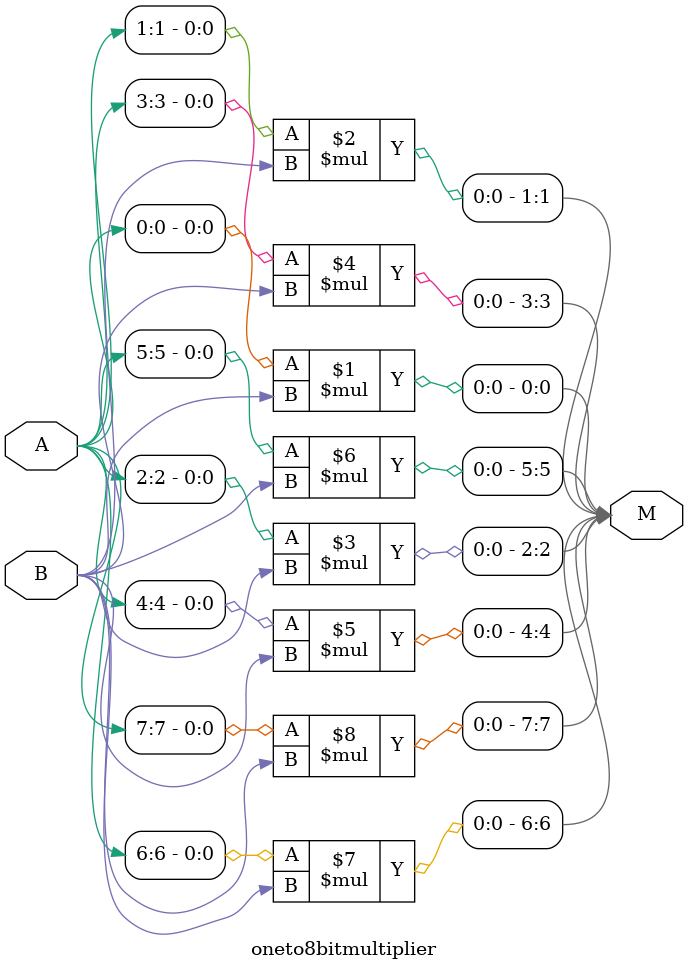
<source format=v>
module oneto8bitmultiplier
(
	input  [7:0]A,
	input  B,
	output [7:0]M

);

assign M[0]= A[0]*B;
assign M[1]= A[1]*B;
assign M[2]= A[2]*B;
assign M[3]= A[3]*B;
assign M[4]= A[4]*B;
assign M[5]= A[5]*B;
assign M[6]= A[6]*B;
assign M[7]= A[7]*B;





endmodule
</source>
